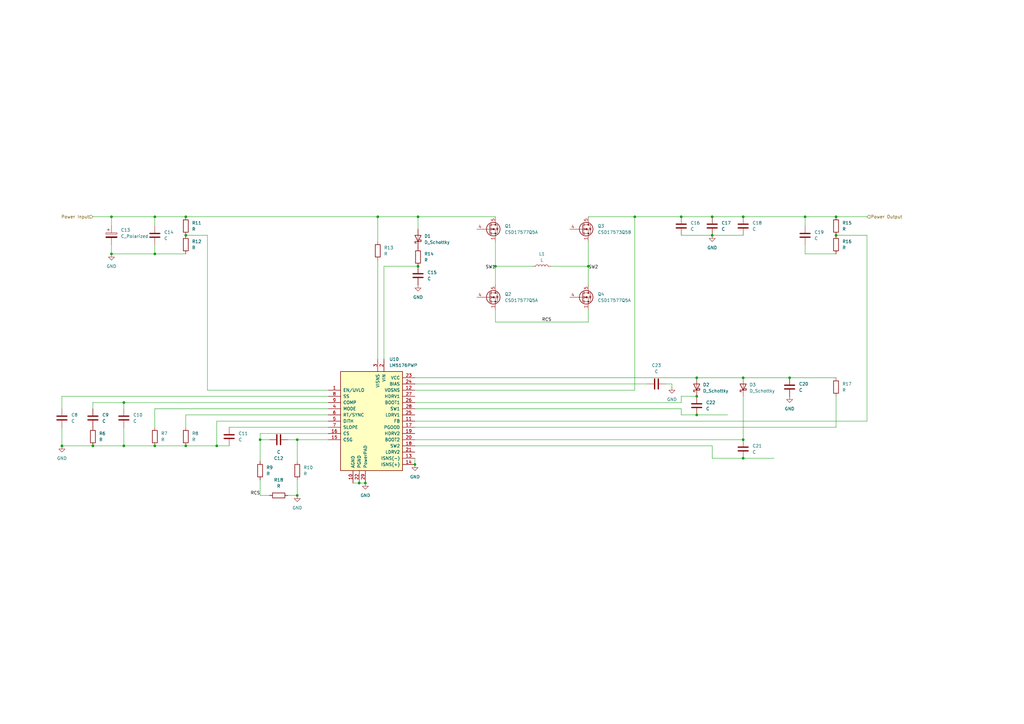
<source format=kicad_sch>
(kicad_sch (version 20231120) (generator "eeschema") (generator_version "8.0")
  (paper "A3")
  (lib_symbols
    (symbol "Device:C" (pin_numbers hide) (pin_names (offset 0.254))
      (property "Reference" "C" (at 0.635 2.54 0))
      (property "Value" "C" (at 0.635 -2.54 0))
      (symbol "C_0_1"
        (polyline (pts (xy -2.032 -0.762) (xy 2.032 -0.762)) (stroke (width 0.508)))
        (polyline (pts (xy -2.032 0.762) (xy 2.032 0.762)) (stroke (width 0.508)))
      )
      (symbol "C_1_1"
        (pin passive line (at 0 3.81 270) (length 2.794) (name "~") (number "1"))
        (pin passive line (at 0 -3.81 90) (length 2.794) (name "~") (number "2"))
      )
    )
    (symbol "Device:C_Polarized" (pin_numbers hide) (pin_names (offset 0.254))
      (property "Reference" "C" (at 0.635 2.54 0))
      (property "Value" "C_Polarized" (at 0.635 -2.54 0))
      (symbol "C_Polarized_0_1"
        (rectangle (start -2.286 0.508) (end 2.286 1.016))
        (polyline (pts (xy -1.778 2.286) (xy -0.762 2.286)))
        (polyline (pts (xy -1.27 2.794) (xy -1.27 1.778)))
        (rectangle (start 2.286 -0.508) (end -2.286 -1.016) (fill (type outline)))
      )
      (symbol "C_Polarized_1_1"
        (pin passive line (at 0 3.81 270) (length 2.794) (name "~") (number "1"))
        (pin passive line (at 0 -3.81 90) (length 2.794) (name "~") (number "2"))
      )
    )
    (symbol "Device:D_Schottky" (pin_numbers hide) (pin_names (offset 1.016) hide)
      (property "Reference" "D" (at 0 2.54 0))
      (property "Value" "D_Schottky" (at 0 -2.54 0))
      (symbol "D_Schottky_0_1"
        (polyline (pts (xy 1.27 0) (xy -1.27 0)))
        (polyline (pts (xy 1.27 1.27) (xy 1.27 -1.27) (xy -1.27 0) (xy 1.27 1.27)) (stroke (width 0.254)))
        (polyline (pts (xy -1.905 0.635) (xy -1.905 1.27) (xy -1.27 1.27) (xy -1.27 -1.27) (xy -0.635 -1.27) (xy -0.635 -0.635)) (stroke (width 0.254)))
      )
      (symbol "D_Schottky_1_1"
        (pin passive line (at -3.81 0 0) (length 2.54) (name "K") (number "1"))
        (pin passive line (at 3.81 0 180) (length 2.54) (name "A") (number "2"))
      )
    )
    (symbol "Device:L" (pin_numbers hide) (pin_names (offset 1.016) hide)
      (property "Reference" "L" (at -1.27 0 90))
      (property "Value" "L" (at 1.905 0 90))
      (symbol "L_0_1"
        (arc (start 0 -2.54) (mid 0.6323 -1.905) (end 0 -1.27))
        (arc (start 0 -1.27) (mid 0.6323 -0.635) (end 0 0))
        (arc (start 0 0) (mid 0.6323 0.635) (end 0 1.27))
        (arc (start 0 1.27) (mid 0.6323 1.905) (end 0 2.54))
      )
      (symbol "L_1_1"
        (pin passive line (at 0 3.81 270) (length 1.27) (name "1") (number "1"))
        (pin passive line (at 0 -3.81 90) (length 1.27) (name "2") (number "2"))
      )
    )
    (symbol "Device:R" (pin_numbers hide) (pin_names (offset 0))
      (property "Reference" "R" (at 2.032 0 90))
      (property "Value" "R" (at 0 0 90))
      (symbol "R_0_1"
        (rectangle (start -1.016 -2.54) (end 1.016 2.54) (stroke (width 0.254)))
      )
      (symbol "R_1_1"
        (pin passive line (at 0 3.81 270) (length 1.27) (name "~") (number "1"))
        (pin passive line (at 0 -3.81 90) (length 1.27) (name "~") (number "2"))
      )
    )
    (symbol "Regulator_Switching:LM5176PWP" (pin_names (offset 1.016))
      (property "Reference" "U" (at -12.7 24.13 0))
      (property "Value" "LM5176PWP" (at -12.7 21.59 0))
      (symbol "LM5176PWP_0_1"
        (rectangle (start -12.7 20.32) (end 12.7 -20.32) (stroke (width 0.254)) (fill (type background)))
      )
      (symbol "LM5176PWP_1_1"
        (pin input line (at -17.78 12.7 0) (length 5.08) (name "EN/UVLO") (number "1"))
        (pin power_in line (at -7.62 -25.4 90) (length 5.08) (name "AGND") (number "10"))
        (pin input line (at 17.78 0 180) (length 5.08) (name "FB") (number "11"))
        (pin output line (at 17.78 12.7 180) (length 5.08) (name "VOSNS") (number "12"))
        (pin input line (at 17.78 -15.24 180) (length 5.08) (name "ISNS(-)") (number "13"))
        (pin input line (at 17.78 -17.78 180) (length 5.08) (name "ISNS(+)") (number "14"))
        (pin input line (at -17.78 -7.62 0) (length 5.08) (name "CSG") (number "15"))
        (pin input line (at -17.78 -5.08 0) (length 5.08) (name "CS") (number "16"))
        (pin output line (at 17.78 -2.54 180) (length 5.08) (name "PGOOD") (number "17"))
        (pin output line (at 17.78 -10.16 180) (length 5.08) (name "SW2") (number "18"))
        (pin output line (at 17.78 -5.08 180) (length 5.08) (name "HDRV2") (number "19"))
        (pin power_in line (at 5.08 25.4 270) (length 5.08) (name "VIN") (number "2"))
        (pin passive line (at 17.78 -7.62 180) (length 5.08) (name "BOOT2") (number "20"))
        (pin output line (at 17.78 -12.7 180) (length 5.08) (name "LDRV2") (number "21"))
        (pin power_in line (at -5.08 -25.4 90) (length 5.08) (name "PGND") (number "22"))
        (pin power_in line (at 17.78 17.78 180) (length 5.08) (name "VCC") (number "23"))
        (pin input line (at 17.78 15.24 180) (length 5.08) (name "BIAS") (number "24"))
        (pin output line (at 17.78 2.54 180) (length 5.08) (name "LDRV1") (number "25"))
        (pin passive line (at 17.78 7.62 180) (length 5.08) (name "BOOT1") (number "26"))
        (pin output line (at 17.78 10.16 180) (length 5.08) (name "HDRV1") (number "27"))
        (pin output line (at 17.78 5.08 180) (length 5.08) (name "SW1") (number "28"))
        (pin input line (at -2.54 -25.4 90) (length 5.08) (name "PowerPAD") (number "29"))
        (pin input line (at 2.54 25.4 270) (length 5.08) (name "VISNS") (number "3"))
        (pin input line (at -17.78 5.08 0) (length 5.08) (name "MODE") (number "4"))
        (pin passive line (at -17.78 0 0) (length 5.08) (name "DITH") (number "5"))
        (pin input line (at -17.78 2.54 0) (length 5.08) (name "RT/SYNC") (number "6"))
        (pin passive line (at -17.78 -2.54 0) (length 5.08) (name "SLOPE") (number "7"))
        (pin passive line (at -17.78 10.16 0) (length 5.08) (name "SS") (number "8"))
        (pin passive line (at -17.78 7.62 0) (length 5.08) (name "COMP") (number "9"))
      )
    )
    (symbol "Transistor_FET:CSD17573Q5B" (pin_names hide)
      (property "Reference" "Q" (at 5.08 1.905 0))
      (property "Value" "CSD17573Q5B" (at 5.08 0 0))
      (symbol "CSD17573Q5B_0_1"
        (polyline (pts (xy 0.254 0) (xy -2.54 0)))
        (polyline (pts (xy 0.254 1.905) (xy 0.254 -1.905)) (stroke (width 0.254)))
        (polyline (pts (xy 0.762 -1.27) (xy 0.762 -2.286)) (stroke (width 0.254)))
        (polyline (pts (xy 0.762 0.508) (xy 0.762 -0.508)) (stroke (width 0.254)))
        (polyline (pts (xy 0.762 2.286) (xy 0.762 1.27)) (stroke (width 0.254)))
        (polyline (pts (xy 2.54 2.54) (xy 2.54 1.778)))
        (polyline (pts (xy 2.54 -2.54) (xy 2.54 0) (xy 0.762 0)))
        (polyline (pts (xy 0.762 -1.778) (xy 3.302 -1.778) (xy 3.302 1.778) (xy 0.762 1.778)))
        (polyline (pts (xy 1.016 0) (xy 2.032 0.381) (xy 2.032 -0.381) (xy 1.016 0)) (fill (type outline)))
        (polyline (pts (xy 2.794 0.508) (xy 2.921 0.381) (xy 3.683 0.381) (xy 3.81 0.254)))
        (polyline (pts (xy 3.302 0.381) (xy 2.921 -0.254) (xy 3.683 -0.254) (xy 3.302 0.381)))
        (circle (center 1.651 0) (radius 2.794) (stroke (width 0.254)))
        (circle (center 2.54 -1.778) (radius 0.254) (fill (type outline)))
        (circle (center 2.54 1.778) (radius 0.254) (fill (type outline)))
      )
      (symbol "CSD17573Q5B_1_1"
        (pin passive line (at 2.54 -5.08 90) (length 2.54) (name "S") (number "1"))
        (pin passive line (at 2.54 -5.08 90) (length 2.54) hide (name "S") (number "2"))
        (pin passive line (at 2.54 -5.08 90) (length 2.54) hide (name "S") (number "3"))
        (pin passive line (at -5.08 0 0) (length 2.54) (name "G") (number "4"))
        (pin passive line (at 2.54 5.08 270) (length 2.54) (name "D") (number "5"))
      )
    )
    (symbol "Transistor_FET:CSD17577Q5A" (pin_names hide)
      (property "Reference" "Q" (at 5.08 1.905 0))
      (property "Value" "CSD17577Q5A" (at 5.08 0 0))
      (symbol "CSD17577Q5A_0_1"
        (polyline (pts (xy 0.254 0) (xy -2.54 0)))
        (polyline (pts (xy 0.254 1.905) (xy 0.254 -1.905)) (stroke (width 0.254)))
        (polyline (pts (xy 0.762 -1.27) (xy 0.762 -2.286)) (stroke (width 0.254)))
        (polyline (pts (xy 0.762 0.508) (xy 0.762 -0.508)) (stroke (width 0.254)))
        (polyline (pts (xy 0.762 2.286) (xy 0.762 1.27)) (stroke (width 0.254)))
        (polyline (pts (xy 2.54 2.54) (xy 2.54 1.778)))
        (polyline (pts (xy 2.54 -2.54) (xy 2.54 0) (xy 0.762 0)))
        (polyline (pts (xy 0.762 -1.778) (xy 3.302 -1.778) (xy 3.302 1.778) (xy 0.762 1.778)))
        (polyline (pts (xy 1.016 0) (xy 2.032 0.381) (xy 2.032 -0.381) (xy 1.016 0)) (fill (type outline)))
        (polyline (pts (xy 2.794 0.508) (xy 2.921 0.381) (xy 3.683 0.381) (xy 3.81 0.254)))
        (polyline (pts (xy 3.302 0.381) (xy 2.921 -0.254) (xy 3.683 -0.254) (xy 3.302 0.381)))
        (circle (center 1.651 0) (radius 2.794) (stroke (width 0.254)))
        (circle (center 2.54 -1.778) (radius 0.254) (fill (type outline)))
        (circle (center 2.54 1.778) (radius 0.254) (fill (type outline)))
      )
      (symbol "CSD17577Q5A_1_1"
        (pin passive line (at 2.54 -5.08 90) (length 2.54) (name "S") (number "1"))
        (pin passive line (at 2.54 -5.08 90) (length 2.54) hide (name "S") (number "2"))
        (pin passive line (at 2.54 -5.08 90) (length 2.54) hide (name "S") (number "3"))
        (pin passive line (at -5.08 0 0) (length 2.54) (name "G") (number "4"))
        (pin passive line (at 2.54 5.08 270) (length 2.54) (name "D") (number "5"))
      )
    )
    (symbol "power:GND" (power) (pin_numbers hide) (pin_names (offset 0) hide)
      (property "Value" "GND" (at 0 -3.81 0))
      (symbol "GND_0_1"
        (polyline (pts (xy 0 0) (xy 0 -1.27) (xy 1.27 -1.27) (xy 0 -2.54) (xy -1.27 -1.27) (xy 0 -1.27)))
      )
      (symbol "GND_1_1"
        (pin power_in line (at 0 0 270) (length 0) (name "~") (number "1"))
      )
    )
  )
  (junction (at 63.5 104.14))
  (junction (at 342.9 88.9))
  (junction (at 63.5 88.9))
  (junction (at 25.4 182.88))
  (junction (at 45.72 104.14))
  (junction (at 304.8 88.9))
  (junction (at 76.2 182.88))
  (junction (at 330.2 88.9))
  (junction (at 292.1 88.9))
  (junction (at 203.2 109.22))
  (junction (at 50.8 182.88))
  (junction (at 50.8 165.1))
  (junction (at 260.35 88.9))
  (junction (at 106.68 180.34))
  (junction (at 121.92 203.2))
  (junction (at 285.75 170.18))
  (junction (at 304.8 180.34))
  (junction (at 76.2 88.9))
  (junction (at 323.85 154.94))
  (junction (at 45.72 88.9))
  (junction (at 170.18 190.5))
  (junction (at 279.4 88.9))
  (junction (at 285.75 154.94))
  (junction (at 121.92 180.34))
  (junction (at 154.94 88.9))
  (junction (at 171.45 88.9))
  (junction (at 147.32 198.12))
  (junction (at 88.9 182.88))
  (junction (at 149.86 198.12))
  (junction (at 304.8 154.94))
  (junction (at 304.8 187.96))
  (junction (at 63.5 182.88))
  (junction (at 241.3 109.22))
  (junction (at 285.75 162.56))
  (junction (at 38.1 182.88))
  (junction (at 171.45 109.22))
  (junction (at 76.2 96.52))
  (junction (at 342.9 96.52))
  (junction (at 292.1 96.52))
  (wire (pts (xy 241.3 99.06) (xy 241.3 109.22)))
  (wire (pts (xy 241.3 88.9) (xy 260.35 88.9)))
  (wire (pts (xy 106.68 180.34) (xy 106.68 189.23)))
  (wire (pts (xy 157.48 147.32) (xy 157.48 109.22)))
  (wire (pts (xy 241.3 132.08) (xy 241.3 127)))
  (wire (pts (xy 275.59 158.75) (xy 275.59 157.48)))
  (wire (pts (xy 292.1 88.9) (xy 304.8 88.9)))
  (wire (pts (xy 203.2 109.22) (xy 203.2 116.84)))
  (wire (pts (xy 38.1 165.1) (xy 50.8 165.1)))
  (wire (pts (xy 355.6 96.52) (xy 342.9 96.52)))
  (wire (pts (xy 285.75 154.94) (xy 304.8 154.94)))
  (wire (pts (xy 118.11 203.2) (xy 121.92 203.2)))
  (wire (pts (xy 88.9 182.88) (xy 93.98 182.88)))
  (wire (pts (xy 106.68 180.34) (xy 110.49 180.34)))
  (wire (pts (xy 330.2 88.9) (xy 330.2 92.71)))
  (wire (pts (xy 170.18 182.88) (xy 292.1 182.88)))
  (wire (pts (xy 241.3 109.22) (xy 241.3 116.84)))
  (wire (pts (xy 93.98 175.26) (xy 134.62 175.26)))
  (wire (pts (xy 323.85 154.94) (xy 342.9 154.94)))
  (wire (pts (xy 279.4 170.18) (xy 285.75 170.18)))
  (wire (pts (xy 50.8 167.64) (xy 50.8 165.1)))
  (wire (pts (xy 118.11 180.34) (xy 121.92 180.34)))
  (wire (pts (xy 63.5 104.14) (xy 76.2 104.14)))
  (wire (pts (xy 355.6 172.72) (xy 355.6 96.52)))
  (wire (pts (xy 279.4 96.52) (xy 292.1 96.52)))
  (wire (pts (xy 304.8 88.9) (xy 330.2 88.9)))
  (wire (pts (xy 260.35 88.9) (xy 279.4 88.9)))
  (wire (pts (xy 106.68 177.8) (xy 106.68 180.34)))
  (wire (pts (xy 88.9 172.72) (xy 134.62 172.72)))
  (wire (pts (xy 154.94 88.9) (xy 76.2 88.9)))
  (wire (pts (xy 134.62 177.8) (xy 106.68 177.8)))
  (wire (pts (xy 121.92 180.34) (xy 121.92 189.23)))
  (wire (pts (xy 25.4 162.56) (xy 25.4 167.64)))
  (wire (pts (xy 170.18 165.1) (xy 279.4 165.1)))
  (wire (pts (xy 106.68 203.2) (xy 106.68 196.85)))
  (wire (pts (xy 279.4 162.56) (xy 285.75 162.56)))
  (wire (pts (xy 50.8 182.88) (xy 50.8 175.26)))
  (wire (pts (xy 134.62 167.64) (xy 63.5 167.64)))
  (wire (pts (xy 170.18 160.02) (xy 260.35 160.02)))
  (wire (pts (xy 203.2 127) (xy 203.2 132.08)))
  (wire (pts (xy 76.2 175.26) (xy 76.2 170.18)))
  (wire (pts (xy 85.09 160.02) (xy 85.09 96.52)))
  (wire (pts (xy 292.1 96.52) (xy 304.8 96.52)))
  (wire (pts (xy 285.75 170.18) (xy 298.45 170.18)))
  (wire (pts (xy 50.8 165.1) (xy 134.62 165.1)))
  (wire (pts (xy 330.2 104.14) (xy 342.9 104.14)))
  (wire (pts (xy 154.94 99.06) (xy 154.94 88.9)))
  (wire (pts (xy 170.18 167.64) (xy 279.4 167.64)))
  (wire (pts (xy 45.72 104.14) (xy 63.5 104.14)))
  (wire (pts (xy 170.18 157.48) (xy 265.43 157.48)))
  (wire (pts (xy 279.4 88.9) (xy 292.1 88.9)))
  (wire (pts (xy 25.4 175.26) (xy 25.4 182.88)))
  (wire (pts (xy 45.72 100.33) (xy 45.72 104.14)))
  (wire (pts (xy 292.1 187.96) (xy 304.8 187.96)))
  (wire (pts (xy 154.94 106.68) (xy 154.94 147.32)))
  (wire (pts (xy 342.9 88.9) (xy 355.6 88.9)))
  (wire (pts (xy 304.8 180.34) (xy 170.18 180.34)))
  (wire (pts (xy 304.8 162.56) (xy 304.8 180.34)))
  (wire (pts (xy 292.1 182.88) (xy 292.1 187.96)))
  (wire (pts (xy 144.78 198.12) (xy 147.32 198.12)))
  (wire (pts (xy 171.45 93.98) (xy 171.45 88.9)))
  (wire (pts (xy 88.9 172.72) (xy 88.9 182.88)))
  (wire (pts (xy 121.92 203.2) (xy 121.92 196.85)))
  (wire (pts (xy 38.1 165.1) (xy 38.1 167.64)))
  (wire (pts (xy 304.8 154.94) (xy 323.85 154.94)))
  (wire (pts (xy 134.62 162.56) (xy 25.4 162.56)))
  (wire (pts (xy 157.48 109.22) (xy 171.45 109.22)))
  (wire (pts (xy 45.72 88.9) (xy 38.1 88.9)))
  (wire (pts (xy 171.45 88.9) (xy 203.2 88.9)))
  (wire (pts (xy 170.18 154.94) (xy 285.75 154.94)))
  (wire (pts (xy 147.32 198.12) (xy 149.86 198.12)))
  (wire (pts (xy 170.18 172.72) (xy 355.6 172.72)))
  (wire (pts (xy 63.5 92.71) (xy 63.5 88.9)))
  (wire (pts (xy 342.9 162.56) (xy 342.9 175.26)))
  (wire (pts (xy 134.62 160.02) (xy 85.09 160.02)))
  (wire (pts (xy 279.4 165.1) (xy 279.4 162.56)))
  (wire (pts (xy 171.45 88.9) (xy 154.94 88.9)))
  (wire (pts (xy 25.4 182.88) (xy 38.1 182.88)))
  (wire (pts (xy 45.72 92.71) (xy 45.72 88.9)))
  (wire (pts (xy 63.5 88.9) (xy 45.72 88.9)))
  (wire (pts (xy 203.2 132.08) (xy 241.3 132.08)))
  (wire (pts (xy 304.8 187.96) (xy 317.5 187.96)))
  (wire (pts (xy 121.92 180.34) (xy 134.62 180.34)))
  (wire (pts (xy 63.5 167.64) (xy 63.5 175.26)))
  (wire (pts (xy 50.8 182.88) (xy 38.1 182.88)))
  (wire (pts (xy 203.2 99.06) (xy 203.2 109.22)))
  (wire (pts (xy 170.18 187.96) (xy 170.18 190.5)))
  (wire (pts (xy 203.2 109.22) (xy 218.44 109.22)))
  (wire (pts (xy 275.59 157.48) (xy 273.05 157.48)))
  (wire (pts (xy 260.35 88.9) (xy 260.35 160.02)))
  (wire (pts (xy 85.09 96.52) (xy 76.2 96.52)))
  (wire (pts (xy 279.4 167.64) (xy 279.4 170.18)))
  (wire (pts (xy 63.5 88.9) (xy 76.2 88.9)))
  (wire (pts (xy 76.2 170.18) (xy 134.62 170.18)))
  (wire (pts (xy 88.9 182.88) (xy 76.2 182.88)))
  (wire (pts (xy 342.9 175.26) (xy 170.18 175.26)))
  (wire (pts (xy 63.5 182.88) (xy 50.8 182.88)))
  (wire (pts (xy 330.2 100.33) (xy 330.2 104.14)))
  (wire (pts (xy 63.5 100.33) (xy 63.5 104.14)))
  (wire (pts (xy 63.5 182.88) (xy 76.2 182.88)))
  (wire (pts (xy 226.06 109.22) (xy 241.3 109.22)))
  (wire (pts (xy 106.68 203.2) (xy 110.49 203.2)))
  (wire (pts (xy 330.2 88.9) (xy 342.9 88.9)))
  (label "RCS" (at 106.68 203.2 180))
  (label "RCS" (at 222.25 132.08 0))
  (label "SW1" (at 203.2 110.49 180))
  (label "SW2" (at 241.3 110.49 0))
  (hierarchical_label "Power Output" (shape input) (at 355.6 88.9 0))
  (hierarchical_label "Power Input" (shape input) (at 38.1 88.9 180))
  (symbol (lib_id "Device:D_Schottky") (at 171.45 97.79 90) (unit 1)
    (property "Reference" "D1" (at 173.99 96.8374 90) (effects (justify right)))
    (property "Value" "D_Schottky" (at 173.99 99.3774 90) (effects (justify right)))
    (property "Description" "Schottky diode" (effects (hide yes)))
  )
  (symbol (lib_id "Device:R") (at 342.9 100.33 0) (unit 1)
    (property "Reference" "R16" (at 345.44 99.0599 0) (effects (justify left)))
    (property "Value" "R" (at 345.44 101.5999 0) (effects (justify left)))
    (property "Description" "Resistor" (effects (hide yes)))
  )
  (symbol (lib_id "Transistor_FET:CSD17577Q5A") (at 200.66 121.92 0) (unit 1)
    (property "Reference" "Q2" (at 207.01 120.6499 0) (effects (justify left)))
    (property "Value" "CSD17577Q5A" (at 207.01 123.1899 0) (effects (justify left)))
    (property "Footprint" "Package_TO_SOT_SMD:TDSON-8-1" (effects (hide yes)))
    (property "Datasheet" "http://www.ti.com/lit/gpn/csd17577q5a" (effects (hide yes)))
    (property "Description" "60A Id, 30V Vds, NexFET N-Channel Power MOSFET, 4.2mOhm Ron, 13nC Qg(typ), SON8 5x6mm" (effects (hide yes)))
  )
  (symbol (lib_id "Device:C") (at 323.85 158.75 0) (unit 1)
    (property "Reference" "C20" (at 327.66 157.4799 0) (effects (justify left)))
    (property "Value" "C" (at 327.66 160.0199 0) (effects (justify left)))
    (property "Description" "Unpolarized capacitor" (effects (hide yes)))
  )
  (symbol (lib_id "Device:D_Schottky") (at 285.75 158.75 90) (unit 1)
    (property "Reference" "D2" (at 288.29 157.7974 90) (effects (justify right)))
    (property "Value" "D_Schottky" (at 288.29 160.3374 90) (effects (justify right)))
    (property "Description" "Schottky diode" (effects (hide yes)))
  )
  (symbol (lib_id "Device:R") (at 171.45 105.41 0) (unit 1)
    (property "Reference" "R14" (at 173.99 104.1399 0) (effects (justify left)))
    (property "Value" "R" (at 173.99 106.6799 0) (effects (justify left)))
    (property "Description" "Resistor" (effects (hide yes)))
  )
  (symbol (lib_id "Device:R") (at 76.2 179.07 0) (unit 1)
    (property "Reference" "R8" (at 78.74 177.7999 0) (effects (justify left)))
    (property "Value" "R" (at 78.74 180.3399 0) (effects (justify left)))
    (property "Description" "Resistor" (effects (hide yes)))
  )
  (symbol (lib_id "Device:R") (at 154.94 102.87 0) (unit 1)
    (property "Reference" "R13" (at 157.48 101.5999 0) (effects (justify left)))
    (property "Value" "R" (at 157.48 104.1399 0) (effects (justify left)))
    (property "Description" "Resistor" (effects (hide yes)))
  )
  (symbol (lib_id "power:GND") (at 170.18 190.5 0) (unit 1)
    (property "Reference" "#PWR058" (effects (hide yes)))
    (property "Value" "GND" (at 170.18 195.58 0))
    (property "Description" "Power symbol creates a global label with name \"GND\" , ground" (effects (hide yes)))
  )
  (symbol (lib_id "Device:R") (at 342.9 158.75 0) (unit 1)
    (property "Reference" "R17" (at 345.44 157.4799 0) (effects (justify left)))
    (property "Value" "R" (at 345.44 160.0199 0) (effects (justify left)))
    (property "Description" "Resistor" (effects (hide yes)))
  )
  (symbol (lib_id "Device:C") (at 304.8 184.15 0) (unit 1)
    (property "Reference" "C21" (at 308.61 182.8799 0) (effects (justify left)))
    (property "Value" "C" (at 308.61 185.4199 0) (effects (justify left)))
    (property "Description" "Unpolarized capacitor" (effects (hide yes)))
  )
  (symbol (lib_id "Device:C") (at 25.4 171.45 0) (unit 1)
    (property "Reference" "C8" (at 29.21 170.1799 0) (effects (justify left)))
    (property "Value" "C" (at 29.21 172.7199 0) (effects (justify left)))
    (property "Description" "Unpolarized capacitor" (effects (hide yes)))
  )
  (symbol (lib_id "Device:R") (at 76.2 92.71 0) (unit 1)
    (property "Reference" "R11" (at 78.74 91.4399 0) (effects (justify left)))
    (property "Value" "R" (at 78.74 93.9799 0) (effects (justify left)))
    (property "Description" "Resistor" (effects (hide yes)))
  )
  (symbol (lib_id "Device:C_Polarized") (at 45.72 96.52 0) (unit 1)
    (property "Reference" "C13" (at 49.53 94.3609 0) (effects (justify left)))
    (property "Value" "C_Polarized" (at 49.53 96.9009 0) (effects (justify left)))
    (property "Description" "Polarized capacitor" (effects (hide yes)))
  )
  (symbol (lib_id "Device:R") (at 342.9 92.71 0) (unit 1)
    (property "Reference" "R15" (at 345.44 91.4399 0) (effects (justify left)))
    (property "Value" "R" (at 345.44 93.9799 0) (effects (justify left)))
    (property "Description" "Resistor" (effects (hide yes)))
  )
  (symbol (lib_id "Device:D_Schottky") (at 304.8 158.75 90) (unit 1)
    (property "Reference" "D3" (at 307.34 157.7974 90) (effects (justify right)))
    (property "Value" "D_Schottky" (at 307.34 160.3374 90) (effects (justify right)))
    (property "Description" "Schottky diode" (effects (hide yes)))
  )
  (symbol (lib_id "Device:R") (at 121.92 193.04 0) (unit 1)
    (property "Reference" "R10" (at 124.46 191.7699 0) (effects (justify left)))
    (property "Value" "R" (at 124.46 194.3099 0) (effects (justify left)))
    (property "Description" "Resistor" (effects (hide yes)))
  )
  (symbol (lib_id "power:GND") (at 121.92 203.2 0) (unit 1)
    (property "Reference" "#PWR064" (effects (hide yes)))
    (property "Value" "GND" (at 121.92 208.28 0))
    (property "Description" "Power symbol creates a global label with name \"GND\" , ground" (effects (hide yes)))
  )
  (symbol (lib_id "Transistor_FET:CSD17573Q5B") (at 238.76 93.98 0) (unit 1)
    (property "Reference" "Q3" (at 245.11 92.7099 0) (effects (justify left)))
    (property "Value" "CSD17573Q5B" (at 245.11 95.2499 0) (effects (justify left)))
    (property "Footprint" "Package_TO_SOT_SMD:TDSON-8-1" (effects (hide yes)))
    (property "Datasheet" "http://www.ti.com/lit/gpn/csd17573q5b" (effects (hide yes)))
    (property "Description" "100A Id, 30V Vds, NexFET N-Channel Power MOSFET, 1mOhm Ron, 49nC Qg(typ), SON8 5x6mm" (effects (hide yes)))
  )
  (symbol (lib_id "power:GND") (at 45.72 104.14 0) (unit 1)
    (property "Reference" "#PWR059" (effects (hide yes)))
    (property "Value" "GND" (at 45.72 109.22 0))
    (property "Description" "Power symbol creates a global label with name \"GND\" , ground" (effects (hide yes)))
  )
  (symbol (lib_id "Device:R") (at 106.68 193.04 0) (unit 1)
    (property "Reference" "R9" (at 109.22 191.7699 0) (effects (justify left)))
    (property "Value" "R" (at 109.22 194.3099 0) (effects (justify left)))
    (property "Description" "Resistor" (effects (hide yes)))
  )
  (symbol (lib_id "power:GND") (at 275.59 158.75 0) (unit 1)
    (property "Reference" "#PWR063" (effects (hide yes)))
    (property "Value" "GND" (at 275.59 163.83 0))
    (property "Description" "Power symbol creates a global label with name \"GND\" , ground" (effects (hide yes)))
  )
  (symbol (lib_id "Device:R") (at 38.1 179.07 0) (unit 1)
    (property "Reference" "R6" (at 40.64 177.7999 0) (effects (justify left)))
    (property "Value" "R" (at 40.64 180.3399 0) (effects (justify left)))
    (property "Description" "Resistor" (effects (hide yes)))
  )
  (symbol (lib_id "Device:R") (at 76.2 100.33 0) (unit 1)
    (property "Reference" "R12" (at 78.74 99.0599 0) (effects (justify left)))
    (property "Value" "R" (at 78.74 101.5999 0) (effects (justify left)))
    (property "Description" "Resistor" (effects (hide yes)))
  )
  (symbol (lib_id "power:GND") (at 323.85 162.56 0) (unit 1)
    (property "Reference" "#PWR062" (effects (hide yes)))
    (property "Value" "GND" (at 323.85 167.64 0))
    (property "Description" "Power symbol creates a global label with name \"GND\" , ground" (effects (hide yes)))
  )
  (symbol (lib_id "Device:R") (at 114.3 203.2 90) (unit 1)
    (property "Reference" "R18" (at 114.3 196.85 90))
    (property "Value" "R" (at 114.3 199.39 90))
    (property "Description" "Resistor" (effects (hide yes)))
  )
  (symbol (lib_id "power:GND") (at 149.86 198.12 0) (unit 1)
    (property "Reference" "#PWR055" (effects (hide yes)))
    (property "Value" "GND" (at 149.86 203.2 0))
    (property "Description" "Power symbol creates a global label with name \"GND\" , ground" (effects (hide yes)))
  )
  (symbol (lib_id "Device:C") (at 269.24 157.48 90) (unit 1)
    (property "Reference" "C23" (at 269.24 149.86 90))
    (property "Value" "C" (at 269.24 152.4 90))
    (property "Description" "Unpolarized capacitor" (effects (hide yes)))
  )
  (symbol (lib_id "Device:C") (at 285.75 166.37 0) (unit 1)
    (property "Reference" "C22" (at 289.56 165.0999 0) (effects (justify left)))
    (property "Value" "C" (at 289.56 167.6399 0) (effects (justify left)))
    (property "Description" "Unpolarized capacitor" (effects (hide yes)))
  )
  (symbol (lib_id "power:GND") (at 171.45 116.84 0) (unit 1)
    (property "Reference" "#PWR060" (effects (hide yes)))
    (property "Value" "GND" (at 171.45 121.92 0))
    (property "Description" "Power symbol creates a global label with name \"GND\" , ground" (effects (hide yes)))
  )
  (symbol (lib_id "Device:R") (at 63.5 179.07 0) (unit 1)
    (property "Reference" "R7" (at 66.04 177.7999 0) (effects (justify left)))
    (property "Value" "R" (at 66.04 180.3399 0) (effects (justify left)))
    (property "Description" "Resistor" (effects (hide yes)))
  )
  (symbol (lib_id "power:GND") (at 25.4 182.88 0) (unit 1)
    (property "Reference" "#PWR056" (effects (hide yes)))
    (property "Value" "GND" (at 25.4 187.96 0))
    (property "Description" "Power symbol creates a global label with name \"GND\" , ground" (effects (hide yes)))
  )
  (symbol (lib_id "Device:C") (at 63.5 96.52 0) (unit 1)
    (property "Reference" "C14" (at 67.31 95.2499 0) (effects (justify left)))
    (property "Value" "C" (at 67.31 97.7899 0) (effects (justify left)))
    (property "Description" "Unpolarized capacitor" (effects (hide yes)))
  )
  (symbol (lib_id "Device:L") (at 222.25 109.22 90) (unit 1)
    (property "Reference" "L1" (at 222.25 104.14 90))
    (property "Value" "L" (at 222.25 106.68 90))
    (property "Description" "Inductor" (effects (hide yes)))
  )
  (symbol (lib_id "Device:C") (at 93.98 179.07 0) (unit 1)
    (property "Reference" "C11" (at 97.79 177.7999 0) (effects (justify left)))
    (property "Value" "C" (at 97.79 180.3399 0) (effects (justify left)))
    (property "Description" "Unpolarized capacitor" (effects (hide yes)))
  )
  (symbol (lib_id "Transistor_FET:CSD17577Q5A") (at 238.76 121.92 0) (unit 1)
    (property "Reference" "Q4" (at 245.11 120.6499 0) (effects (justify left)))
    (property "Value" "CSD17577Q5A" (at 245.11 123.1899 0) (effects (justify left)))
    (property "Footprint" "Package_TO_SOT_SMD:TDSON-8-1" (effects (hide yes)))
    (property "Datasheet" "http://www.ti.com/lit/gpn/csd17577q5a" (effects (hide yes)))
    (property "Description" "60A Id, 30V Vds, NexFET N-Channel Power MOSFET, 4.2mOhm Ron, 13nC Qg(typ), SON8 5x6mm" (effects (hide yes)))
  )
  (symbol (lib_id "Device:C") (at 114.3 180.34 90) (mirror x) (unit 1)
    (property "Reference" "C12" (at 114.3 187.96 90))
    (property "Value" "C" (at 114.3 185.42 90))
    (property "Description" "Unpolarized capacitor" (effects (hide yes)))
  )
  (symbol (lib_id "Device:C") (at 330.2 96.52 0) (unit 1)
    (property "Reference" "C19" (at 334.01 95.2499 0) (effects (justify left)))
    (property "Value" "C" (at 334.01 97.7899 0) (effects (justify left)))
    (property "Description" "Unpolarized capacitor" (effects (hide yes)))
  )
  (symbol (lib_id "Transistor_FET:CSD17577Q5A") (at 200.66 93.98 0) (unit 1)
    (property "Reference" "Q1" (at 207.01 92.7099 0) (effects (justify left)))
    (property "Value" "CSD17577Q5A" (at 207.01 95.2499 0) (effects (justify left)))
    (property "Footprint" "Package_TO_SOT_SMD:TDSON-8-1" (effects (hide yes)))
    (property "Datasheet" "http://www.ti.com/lit/gpn/csd17577q5a" (effects (hide yes)))
    (property "Description" "60A Id, 30V Vds, NexFET N-Channel Power MOSFET, 4.2mOhm Ron, 13nC Qg(typ), SON8 5x6mm" (effects (hide yes)))
  )
  (symbol (lib_id "Device:C") (at 304.8 92.71 0) (unit 1)
    (property "Reference" "C18" (at 308.61 91.4399 0) (effects (justify left)))
    (property "Value" "C" (at 308.61 93.9799 0) (effects (justify left)))
    (property "Description" "Unpolarized capacitor" (effects (hide yes)))
  )
  (symbol (lib_id "Device:C") (at 38.1 171.45 0) (unit 1)
    (property "Reference" "C9" (at 41.91 170.1799 0) (effects (justify left)))
    (property "Value" "C" (at 41.91 172.7199 0) (effects (justify left)))
    (property "Description" "Unpolarized capacitor" (effects (hide yes)))
  )
  (symbol (lib_id "Device:C") (at 279.4 92.71 0) (unit 1)
    (property "Reference" "C16" (at 283.21 91.4399 0) (effects (justify left)))
    (property "Value" "C" (at 283.21 93.9799 0) (effects (justify left)))
    (property "Description" "Unpolarized capacitor" (effects (hide yes)))
  )
  (symbol (lib_id "Regulator_Switching:LM5176PWP") (at 152.4 172.72 0) (unit 1)
    (property "Reference" "U10" (at 159.6741 147.32 0) (effects (justify left)))
    (property "Value" "LM5176PWP" (at 159.6741 149.86 0) (effects (justify left)))
    (property "Footprint" "Package_SO:HTSSOP-28-1EP_4.4x9.7mm_P0.65mm_EP3.4x9.5mm_ThermalVias" (effects (hide yes)))
    (property "Datasheet" "http://www.ti.com/lit/ds/symlink/lm5176.pdf" (effects (hide yes)))
    (property "Description" "55-V wide Vin synchronous 4-switch Buck-Boost controller, HTSSOP-28 package" (effects (hide yes)))
  )
  (symbol (lib_id "Device:C") (at 292.1 92.71 0) (unit 1)
    (property "Reference" "C17" (at 295.91 91.4399 0) (effects (justify left)))
    (property "Value" "C" (at 295.91 93.9799 0) (effects (justify left)))
    (property "Description" "Unpolarized capacitor" (effects (hide yes)))
  )
  (symbol (lib_id "Device:C") (at 50.8 171.45 0) (unit 1)
    (property "Reference" "C10" (at 54.61 170.1799 0) (effects (justify left)))
    (property "Value" "C" (at 54.61 172.7199 0) (effects (justify left)))
    (property "Description" "Unpolarized capacitor" (effects (hide yes)))
  )
  (symbol (lib_id "Device:C") (at 171.45 113.03 0) (unit 1)
    (property "Reference" "C15" (at 175.26 111.7599 0) (effects (justify left)))
    (property "Value" "C" (at 175.26 114.2999 0) (effects (justify left)))
    (property "Description" "Unpolarized capacitor" (effects (hide yes)))
  )
  (symbol (lib_id "power:GND") (at 292.1 96.52 0) (unit 1)
    (property "Reference" "#PWR061" (effects (hide yes)))
    (property "Value" "GND" (at 292.1 101.6 0))
    (property "Description" "Power symbol creates a global label with name \"GND\" , ground" (effects (hide yes)))
  )
)
</source>
